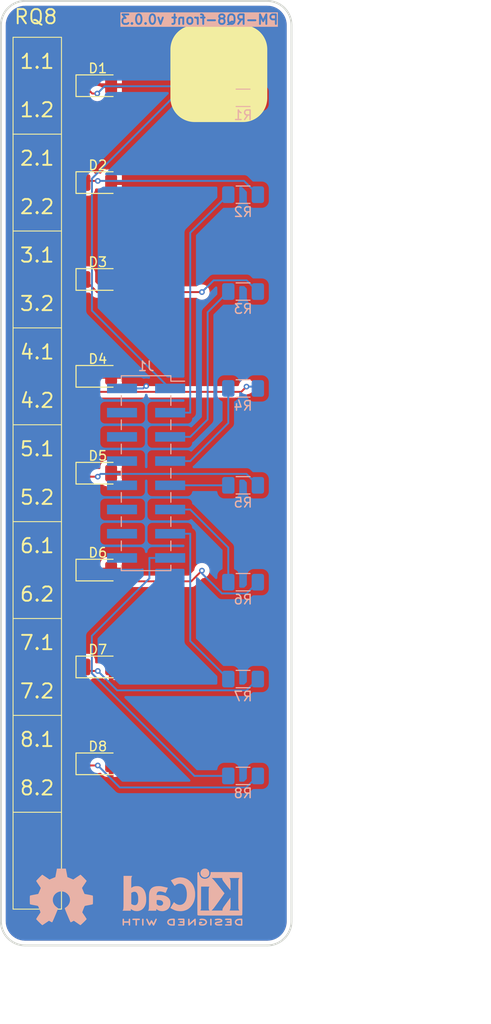
<source format=kicad_pcb>
(kicad_pcb (version 20240108) (generator "pcbnew") (generator_version "8.0")
  (title_block (title "Размеры платы PM-RQ8-front") (date "2024-07-12"))
  (layers (0 "F.Cu" signal) (31 "B.Cu" signal) (34 "B.Paste" user) (35 "F.Paste" user) (36 "B.SilkS" user "B.Silkscreen") (37 "F.SilkS" user "F.Silkscreen") (38 "B.Mask" user) (39 "F.Mask" user) (44 "Edge.Cuts" user))
  (net 0 "")
  (net 1 "VDD")
  (net 2 "Net-(D1-K)")
  (net 3 "Net-(D2-K)")
  (net 4 "Net-(D3-K)")
  (net 5 "Net-(D4-K)")
  (net 6 "Net-(D5-K)")
  (net 7 "Net-(D6-K)")
  (net 8 "Net-(D7-K)")
  (net 9 "Net-(D8-K)")
  (net 13 "Net-(J1-Pin_1)")
  (net 14 "Net-(J1-Pin_7)")
  (net 16 "Net-(J1-Pin_13)")
  (net 17 "Net-(J1-Pin_5)")
  (net 18 "Net-(J1-Pin_11)")
  (net 19 "Net-(J1-Pin_15)")
  (net 21 "Net-(J1-Pin_3)")
  (net 23 "Net-(J1-Pin_9)")
  (footprint "NextPCB:Kingbright_KPT-3216CGCK" (layer "F.Cu") (at 60.96 90.17)
    (property "Reference" "D4" (at 0 -1.82 0) (layer "F.SilkS"))
    (property "Value" "KPT-3216CGCK")
    (pad "1" smd roundrect (at -1.4 0) (size 1.25 1.75) (layers "F.Cu" "F.Paste" "F.Mask") (roundrect_rratio 0.2) (net 5 "Net-(D4-K)"))
    (pad "2" smd roundrect (at 1.4 0) (size 1.25 1.75) (layers "F.Cu" "F.Paste" "F.Mask") (roundrect_rratio 0.2) (net 1 "VDD"))
  )
  (footprint "NextPCB:Kingbright_KPT-3216CGCK" (layer "F.Cu") (at 60.96 130.81)
    (property "Reference" "D8" (at 0 -1.82 0) (layer "F.SilkS"))
    (property "Value" "KPT-3216CGCK")
    (pad "1" smd roundrect (at -1.4 0) (size 1.25 1.75) (layers "F.Cu" "F.Paste" "F.Mask") (roundrect_rratio 0.2) (net 9 "Net-(D8-K)"))
    (pad "2" smd roundrect (at 1.4 0) (size 1.25 1.75) (layers "F.Cu" "F.Paste" "F.Mask") (roundrect_rratio 0.2) (net 1 "VDD"))
  )
  (footprint "NextPCB:Kingbright_KPT-3216CGCK" (layer "F.Cu") (at 60.96 110.49)
    (property "Reference" "D6" (at 0 -1.82 0) (layer "F.SilkS"))
    (property "Value" "KPT-3216CGCK")
    (pad "1" smd roundrect (at -1.4 0) (size 1.25 1.75) (layers "F.Cu" "F.Paste" "F.Mask") (roundrect_rratio 0.2) (net 7 "Net-(D6-K)"))
    (pad "2" smd roundrect (at 1.4 0) (size 1.25 1.75) (layers "F.Cu" "F.Paste" "F.Mask") (roundrect_rratio 0.2) (net 1 "VDD"))
  )
  (footprint "NextPCB:Kingbright_KPT-3216CGCK" (layer "F.Cu") (at 60.96 120.65)
    (property "Reference" "D7" (at 0 -1.82 0) (layer "F.SilkS"))
    (property "Value" "KPT-3216CGCK")
    (pad "1" smd roundrect (at -1.4 0) (size 1.25 1.75) (layers "F.Cu" "F.Paste" "F.Mask") (roundrect_rratio 0.2) (net 8 "Net-(D7-K)"))
    (pad "2" smd roundrect (at 1.4 0) (size 1.25 1.75) (layers "F.Cu" "F.Paste" "F.Mask") (roundrect_rratio 0.2) (net 1 "VDD"))
  )
  (footprint "NextPCB:Kingbright_KPT-3216CGCK" (layer "F.Cu") (at 60.96 59.69)
    (property "Reference" "D1" (at 0 -1.82 0) (layer "F.SilkS"))
    (property "Value" "KPT-3216CGCK")
    (pad "1" smd roundrect (at -1.4 0) (size 1.25 1.75) (layers "F.Cu" "F.Paste" "F.Mask") (roundrect_rratio 0.2) (net 2 "Net-(D1-K)"))
    (pad "2" smd roundrect (at 1.4 0) (size 1.25 1.75) (layers "F.Cu" "F.Paste" "F.Mask") (roundrect_rratio 0.2) (net 1 "VDD"))
  )
  (footprint "NextPCB:Kingbright_KPT-3216CGCK" (layer "F.Cu") (at 60.96 100.33)
    (property "Reference" "D5" (at 0 -1.82 0) (layer "F.SilkS"))
    (property "Value" "KPT-3216CGCK")
    (pad "1" smd roundrect (at -1.4 0) (size 1.25 1.75) (layers "F.Cu" "F.Paste" "F.Mask") (roundrect_rratio 0.2) (net 6 "Net-(D5-K)"))
    (pad "2" smd roundrect (at 1.4 0) (size 1.25 1.75) (layers "F.Cu" "F.Paste" "F.Mask") (roundrect_rratio 0.2) (net 1 "VDD"))
  )
  (footprint "NextPCB:Kingbright_KPT-3216CGCK" (layer "F.Cu") (at 60.96 80.01)
    (property "Reference" "D3" (at 0 -1.82 0) (layer "F.SilkS"))
    (property "Value" "KPT-3216CGCK")
    (pad "1" smd roundrect (at -1.4 0) (size 1.25 1.75) (layers "F.Cu" "F.Paste" "F.Mask") (roundrect_rratio 0.2) (net 4 "Net-(D3-K)"))
    (pad "2" smd roundrect (at 1.4 0) (size 1.25 1.75) (layers "F.Cu" "F.Paste" "F.Mask") (roundrect_rratio 0.2) (net 1 "VDD"))
  )
  (footprint "NextPCB:Kingbright_KPT-3216CGCK" (layer "F.Cu") (at 60.96 69.85)
    (property "Reference" "D2" (at 0 -1.82 0) (layer "F.SilkS"))
    (property "Value" "KPT-3216CGCK")
    (pad "1" smd roundrect (at -1.4 0) (size 1.25 1.75) (layers "F.Cu" "F.Paste" "F.Mask") (roundrect_rratio 0.2) (net 3 "Net-(D2-K)"))
    (pad "2" smd roundrect (at 1.4 0) (size 1.25 1.75) (layers "F.Cu" "F.Paste" "F.Mask") (roundrect_rratio 0.2) (net 1 "VDD"))
  )
  (footprint "Resistor_SMD:R_1206_3216Metric_Pad1.30x1.75mm_HandSolder" (layer "B.Cu") (at 76.2 101.6)
    (property "Reference" "R5" (at 0 1.82 0) (layer "B.SilkS") (effects (justify mirror)))
    (property "Value" "270")
    (pad "1" smd roundrect (at -1.55 0) (size 1.3 1.75) (layers "B.Cu" "B.Paste" "B.Mask") (roundrect_rratio 0.192308) (net 23 "Net-(J1-Pin_9)"))
    (pad "2" smd roundrect (at 1.55 0) (size 1.3 1.75) (layers "B.Cu" "B.Paste" "B.Mask") (roundrect_rratio 0.192308) (net 6 "Net-(D5-K)"))
  )
  (footprint "Resistor_SMD:R_1206_3216Metric_Pad1.30x1.75mm_HandSolder" (layer "B.Cu") (at 76.2 91.44)
    (property "Reference" "R4" (at 0 1.82 0) (layer "B.SilkS") (effects (justify mirror)))
    (property "Value" "270")
    (pad "1" smd roundrect (at -1.55 0) (size 1.3 1.75) (layers "B.Cu" "B.Paste" "B.Mask") (roundrect_rratio 0.192308) (net 14 "Net-(J1-Pin_7)"))
    (pad "2" smd roundrect (at 1.55 0) (size 1.3 1.75) (layers "B.Cu" "B.Paste" "B.Mask") (roundrect_rratio 0.192308) (net 5 "Net-(D4-K)"))
  )
  (footprint "Resistor_SMD:R_1206_3216Metric_Pad1.30x1.75mm_HandSolder" (layer "B.Cu") (at 76.2 71.12)
    (property "Reference" "R2" (at 0 1.82 0) (layer "B.SilkS") (effects (justify mirror)))
    (property "Value" "270")
    (pad "1" smd roundrect (at -1.55 0) (size 1.3 1.75) (layers "B.Cu" "B.Paste" "B.Mask") (roundrect_rratio 0.192308) (net 21 "Net-(J1-Pin_3)"))
    (pad "2" smd roundrect (at 1.55 0) (size 1.3 1.75) (layers "B.Cu" "B.Paste" "B.Mask") (roundrect_rratio 0.192308) (net 3 "Net-(D2-K)"))
  )
  (footprint "Resistor_SMD:R_1206_3216Metric_Pad1.30x1.75mm_HandSolder" (layer "B.Cu") (at 76.2 81.28)
    (property "Reference" "R3" (at 0 1.82 0) (layer "B.SilkS") (effects (justify mirror)))
    (property "Value" "270")
    (pad "1" smd roundrect (at -1.55 0) (size 1.3 1.75) (layers "B.Cu" "B.Paste" "B.Mask") (roundrect_rratio 0.192308) (net 17 "Net-(J1-Pin_5)"))
    (pad "2" smd roundrect (at 1.55 0) (size 1.3 1.75) (layers "B.Cu" "B.Paste" "B.Mask") (roundrect_rratio 0.192308) (net 4 "Net-(D3-K)"))
  )
  (footprint "Resistor_SMD:R_1206_3216Metric_Pad1.30x1.75mm_HandSolder" (layer "B.Cu") (at 76.2 60.96)
    (property "Reference" "R1" (at 0 1.82 0) (layer "B.SilkS") (effects (justify mirror)))
    (property "Value" "270")
    (pad "1" smd roundrect (at -1.55 0) (size 1.3 1.75) (layers "B.Cu" "B.Paste" "B.Mask") (roundrect_rratio 0.192308) (net 13 "Net-(J1-Pin_1)"))
    (pad "2" smd roundrect (at 1.55 0) (size 1.3 1.75) (layers "B.Cu" "B.Paste" "B.Mask") (roundrect_rratio 0.192308) (net 2 "Net-(D1-K)"))
  )
  (footprint "Symbol:OSHW-Symbol_6.7x6mm_SilkScreen" (layer "B.Cu") (at 57.15 144.78 180)
    (property "Reference" "REF**" (hide yes))
    (property "Value" "OSHW-Symbol_6.7x6mm_SilkScreen" (hide yes))
  )
  (footprint "Resistor_SMD:R_1206_3216Metric_Pad1.30x1.75mm_HandSolder" (layer "B.Cu") (at 76.2 121.92)
    (property "Reference" "R7" (at 0 1.82 0) (layer "B.SilkS") (effects (justify mirror)))
    (property "Value" "270")
    (pad "1" smd roundrect (at -1.55 0) (size 1.3 1.75) (layers "B.Cu" "B.Paste" "B.Mask") (roundrect_rratio 0.192308) (net 16 "Net-(J1-Pin_13)"))
    (pad "2" smd roundrect (at 1.55 0) (size 1.3 1.75) (layers "B.Cu" "B.Paste" "B.Mask") (roundrect_rratio 0.192308) (net 8 "Net-(D7-K)"))
  )
  (footprint "Connector_PinHeader_2.54mm:PinHeader_2x08_P2.54mm_Vertical_SMD" (layer "B.Cu") (at 66.025 100.33 180)
    (property "Reference" "J1" (at 0 11.22 0) (layer "B.SilkS") (effects (justify mirror)))
    (property "Value" "PinHeader P2.54 02x08 SMD Straight")
    (pad "1" smd rect (at -2.525 8.89 180) (size 3.15 1) (layers "B.Cu" "B.Paste" "B.Mask") (net 13 "Net-(J1-Pin_1)"))
    (pad "2" smd rect (at 2.525 8.89 180) (size 3.15 1) (layers "B.Cu" "B.Paste" "B.Mask") (net 1 "VDD"))
    (pad "3" smd rect (at -2.525 6.35 180) (size 3.15 1) (layers "B.Cu" "B.Paste" "B.Mask") (net 21 "Net-(J1-Pin_3)"))
    (pad "4" smd rect (at 2.525 6.35 180) (size 3.15 1) (layers "B.Cu" "B.Paste" "B.Mask"))
    (pad "5" smd rect (at -2.525 3.81 180) (size 3.15 1) (layers "B.Cu" "B.Paste" "B.Mask") (net 17 "Net-(J1-Pin_5)"))
    (pad "6" smd rect (at 2.525 3.81 180) (size 3.15 1) (layers "B.Cu" "B.Paste" "B.Mask"))
    (pad "7" smd rect (at -2.525 1.27 180) (size 3.15 1) (layers "B.Cu" "B.Paste" "B.Mask") (net 14 "Net-(J1-Pin_7)"))
    (pad "8" smd rect (at 2.525 1.27 180) (size 3.15 1) (layers "B.Cu" "B.Paste" "B.Mask"))
    (pad "9" smd rect (at -2.525 -1.27 180) (size 3.15 1) (layers "B.Cu" "B.Paste" "B.Mask") (net 23 "Net-(J1-Pin_9)"))
    (pad "10" smd rect (at 2.525 -1.27 180) (size 3.15 1) (layers "B.Cu" "B.Paste" "B.Mask"))
    (pad "11" smd rect (at -2.525 -3.81 180) (size 3.15 1) (layers "B.Cu" "B.Paste" "B.Mask") (net 18 "Net-(J1-Pin_11)"))
    (pad "12" smd rect (at 2.525 -3.81 180) (size 3.15 1) (layers "B.Cu" "B.Paste" "B.Mask"))
    (pad "13" smd rect (at -2.525 -6.35 180) (size 3.15 1) (layers "B.Cu" "B.Paste" "B.Mask") (net 16 "Net-(J1-Pin_13)"))
    (pad "14" smd rect (at 2.525 -6.35 180) (size 3.15 1) (layers "B.Cu" "B.Paste" "B.Mask"))
    (pad "15" smd rect (at -2.525 -8.89 180) (size 3.15 1) (layers "B.Cu" "B.Paste" "B.Mask") (net 19 "Net-(J1-Pin_15)"))
    (pad "16" smd rect (at 2.525 -8.89 180) (size 3.15 1) (layers "B.Cu" "B.Paste" "B.Mask"))
  )
  (footprint "Resistor_SMD:R_1206_3216Metric_Pad1.30x1.75mm_HandSolder" (layer "B.Cu") (at 76.2 132.08)
    (property "Reference" "R8" (at 0 1.82 0) (layer "B.SilkS") (effects (justify mirror)))
    (property "Value" "270")
    (pad "1" smd roundrect (at -1.55 0) (size 1.3 1.75) (layers "B.Cu" "B.Paste" "B.Mask") (roundrect_rratio 0.192308) (net 19 "Net-(J1-Pin_15)"))
    (pad "2" smd roundrect (at 1.55 0) (size 1.3 1.75) (layers "B.Cu" "B.Paste" "B.Mask") (roundrect_rratio 0.192308) (net 9 "Net-(D8-K)"))
  )
  (footprint "Resistor_SMD:R_1206_3216Metric_Pad1.30x1.75mm_HandSolder" (layer "B.Cu") (at 76.2 111.76)
    (property "Reference" "R6" (at 0 1.82 0) (layer "B.SilkS") (effects (justify mirror)))
    (property "Value" "270")
    (pad "1" smd roundrect (at -1.55 0) (size 1.3 1.75) (layers "B.Cu" "B.Paste" "B.Mask") (roundrect_rratio 0.192308) (net 18 "Net-(J1-Pin_11)"))
    (pad "2" smd roundrect (at 1.55 0) (size 1.3 1.75) (layers "B.Cu" "B.Paste" "B.Mask") (roundrect_rratio 0.192308) (net 7 "Net-(D6-K)"))
  )
  (footprint "Symbol:KiCad-Logo2_5mm_SilkScreen" (layer "B.Cu") (at 69.85 144.78 180)
    (property "Reference" "Logo_kicad" (hide yes))
    (property "Value" "KiCad-Logo2_5mm_SilkScreen" (hide yes))
  )
  (gr_line (start 52.07 54.61) (end 57.15 54.61) (stroke (width 0.1)) (layer "F.SilkS"))
  (gr_line (start 52.042762 64.77) (end 57.122762 64.77) (stroke (width 0.1)) (layer "F.SilkS"))
  (gr_poly (pts (arc (start 68.58 60.96) (mid 69.323949 62.756051) (end 71.12 63.5)) (arc (start 76.2 63.5) (mid 77.996051 62.756051) (end 78.74 60.96)) (arc (start 78.74 55.88) (mid 77.996051 54.083949) (end 76.2 53.34)) (arc (start 71.12 53.34) (mid 69.323949 54.083949) (end 68.58 55.88))) (fill solid) (layer "F.SilkS"))
  (gr_line (start 52.07 105.41) (end 57.15 105.41) (stroke (width 0.1)) (layer "F.SilkS"))
  (gr_line (start 52.07 135.89) (end 57.15 135.89) (stroke (width 0.1)) (layer "F.SilkS"))
  (gr_line (start 52.07 115.57) (end 57.15 115.57) (stroke (width 0.1)) (layer "F.SilkS"))
  (gr_line (start 52.07 146.05) (end 57.15 146.05) (stroke (width 0.1)) (layer "F.SilkS"))
  (gr_line (start 52.07 85.09) (end 57.15 85.09) (stroke (width 0.1)) (layer "F.SilkS"))
  (gr_line (start 52.07 95.25) (end 57.15 95.25) (stroke (width 0.1)) (layer "F.SilkS"))
  (gr_line (start 52.07 125.73) (end 57.15 125.73) (stroke (width 0.1)) (layer "F.SilkS"))
  (gr_line (start 52.07 54.61) (end 52.07 146.05) (stroke (width 0.1)) (layer "F.SilkS"))
  (gr_line (start 52.07 74.93) (end 57.15 74.93) (stroke (width 0.1)) (layer "F.SilkS"))
  (gr_line (start 57.15 146.05) (end 57.15 54.61) (stroke (width 0.1)) (layer "F.SilkS"))
  (gr_arc (start 81.28 147.32) (mid 80.536051 149.116051) (end 78.74 149.86) (stroke (width 0.2)) (layer "Edge.Cuts"))
  (gr_arc (start 53.34 149.86) (mid 51.543949 149.116051) (end 50.8 147.32) (stroke (width 0.2)) (layer "Edge.Cuts"))
  (gr_arc (start 78.74 50.8) (mid 80.536051 51.543949) (end 81.28 53.34) (stroke (width 0.2)) (layer "Edge.Cuts"))
  (gr_line (start 53.34 50.8) (end 78.74 50.8) (stroke (width 0.2)) (layer "Edge.Cuts"))
  (gr_line (start 81.28 53.34) (end 81.28 147.32) (stroke (width 0.2)) (layer "Edge.Cuts"))
  (gr_line (start 78.74 149.86) (end 53.34 149.86) (stroke (width 0.2)) (layer "Edge.Cuts"))
  (gr_line (start 50.8 147.32) (end 50.8 53.34) (stroke (width 0.2)) (layer "Edge.Cuts"))
  (gr_arc (start 50.8 53.34) (mid 51.543949 51.543949) (end 53.34 50.8) (stroke (width 0.2)) (layer "Edge.Cuts"))
  (gr_text "PM-RQ8-front v0.0.3" (at 80.01 53.34 0) (layer "B.SilkS" knockout) (effects (font (size 1 1) (thickness 0.2) (bold yes)) (justify left bottom mirror)))
  (gr_text "8.2" (at 52.674286 134.2215 0) (layer "F.SilkS") (effects (font (size 1.5 1.5) (thickness 0.2)) (justify left bottom)))
  (gr_text "RQ8" (at 52.07 53.34 0) (layer "F.SilkS") (effects (font (size 1.5 1.5) (thickness 0.2)) (justify left bottom)))
  (gr_text "8.1" (at 52.674286 129.1415 0) (layer "F.SilkS") (effects (font (size 1.5 1.5) (thickness 0.2)) (justify left bottom)))
  (gr_text "5.2" (at 52.674286 103.7415 0) (layer "F.SilkS") (effects (font (size 1.5 1.5) (thickness 0.2)) (justify left bottom)))
  (gr_text "3.1" (at 52.674286 78.3415 0) (layer "F.SilkS") (effects (font (size 1.5 1.5) (thickness 0.2)) (justify left bottom)))
  (gr_text "3.2" (at 52.674286 83.4215 0) (layer "F.SilkS") (effects (font (size 1.5 1.5) (thickness 0.2)) (justify left bottom)))
  (gr_text "4.2" (at 52.674286 93.5815 0) (layer "F.SilkS") (effects (font (size 1.5 1.5) (thickness 0.2)) (justify left bottom)))
  (gr_text "6.2" (at 52.674286 113.9015 0) (layer "F.SilkS") (effects (font (size 1.5 1.5) (thickness 0.2)) (justify left bottom)))
  (gr_text "7.2" (at 52.674286 124.0615 0) (layer "F.SilkS") (effects (font (size 1.5 1.5) (thickness 0.2)) (justify left bottom)))
  (gr_text "4.1" (at 52.674286 88.5015 0) (layer "F.SilkS") (effects (font (size 1.5 1.5) (thickness 0.2)) (justify left bottom)))
  (gr_text "7.1" (at 52.674286 118.9815 0) (layer "F.SilkS") (effects (font (size 1.5 1.5) (thickness 0.2)) (justify left bottom)))
  (gr_text "1.2" (at 52.674286 63.1015 0) (layer "F.SilkS") (effects (font (size 1.5 1.5) (thickness 0.2)) (justify left bottom)))
  (gr_text "2.1" (at 52.674286 68.1815 0) (layer "F.SilkS") (effects (font (size 1.5 1.5) (thickness 0.2)) (justify left bottom)))
  (gr_text "6.1" (at 52.674286 108.8215 0) (layer "F.SilkS") (effects (font (size 1.5 1.5) (thickness 0.2)) (justify left bottom)))
  (gr_text "1.1" (at 52.674286 58.0215 0) (layer "F.SilkS") (effects (font (size 1.5 1.5) (thickness 0.2)) (justify left bottom)))
  (gr_text "2.2" (at 52.674286 73.2615 0) (layer "F.SilkS") (effects (font (size 1.5 1.5) (thickness 0.2)) (justify left bottom)))
  (gr_text "5.1" (at 52.674286 98.6615 0) (layer "F.SilkS") (effects (font (size 1.5 1.5) (thickness 0.2)) (justify left bottom)))
  (via (at 66.04 91.1875) (size 0.6) (drill 0.3) (layers "F.Cu" "B.Cu") (net 1))
  (segment (start 63.565 91.44) (end 65.7067 91.44) (width 0.2) (layer "B.Cu") (net 1))
  (segment (start 66.04 91.1875) (end 65.9592 91.1875) (width 0.2) (layer "B.Cu") (net 1))
  (segment (start 65.9592 91.1875) (end 65.7067 91.44) (width 0.2) (layer "B.Cu") (net 1))
  (segment (start 60.3808 60.5108) (end 59.56 59.69) (width 0.2) (layer "F.Cu") (net 2))
  (segment (start 60.9048 60.5108) (end 60.3808 60.5108) (width 0.2) (layer "F.Cu") (net 2))
  (via (at 60.9048 60.5108) (size 0.6) (drill 0.3) (layers "F.Cu" "B.Cu") (net 2))
  (segment (start 61.6688 59.7468) (end 60.9048 60.5108) (width 0.2) (layer "B.Cu") (net 2))
  (segment (start 76.5368 59.7468) (end 61.6688 59.7468) (width 0.2) (layer "B.Cu") (net 2))
  (segment (start 77.75 60.96) (end 76.5368 59.7468) (width 0.2) (layer "B.Cu") (net 2))
  (segment (start 60.96 69.6737) (end 59.7363 69.6737) (width 0.2) (layer "F.Cu") (net 3))
  (segment (start 59.7363 69.6737) (end 59.56 69.85) (width 0.2) (layer "F.Cu") (net 3))
  (via (at 60.96 69.6737) (size 0.6) (drill 0.3) (layers "F.Cu" "B.Cu") (net 3))
  (segment (start 77.75 71.12) (end 76.3037 69.6737) (width 0.2) (layer "B.Cu") (net 3))
  (segment (start 76.3037 69.6737) (end 60.96 69.6737) (width 0.2) (layer "B.Cu") (net 3))
  (segment (start 71.8848 81.3339) (end 60.8839 81.3339) (width 0.2) (layer "F.Cu") (net 4))
  (segment (start 60.8839 81.3339) (end 59.56 80.01) (width 0.2) (layer "F.Cu") (net 4))
  (via (at 71.8848 81.3339) (size 0.6) (drill 0.3) (layers "F.Cu" "B.Cu") (net 4))
  (segment (start 77.75 81.28) (end 76.5723 80.1023) (width 0.2) (layer "B.Cu") (net 4))
  (segment (start 76.5723 80.1023) (end 73.1164 80.1023) (width 0.2) (layer "B.Cu") (net 4))
  (segment (start 73.1164 80.1023) (end 71.8848 81.3339) (width 0.2) (layer "B.Cu") (net 4))
  (segment (start 76.0116 91.7965) (end 76.559 91.2491) (width 0.2) (layer "F.Cu") (net 5))
  (segment (start 59.56 90.17) (end 61.1865 91.7965) (width 0.2) (layer "F.Cu") (net 5))
  (segment (start 61.1865 91.7965) (end 76.0116 91.7965) (width 0.2) (layer "F.Cu") (net 5))
  (via (at 76.559 91.2491) (size 0.6) (drill 0.3) (layers "F.Cu" "B.Cu") (net 5))
  (segment (start 77.5591 91.2491) (end 76.559 91.2491) (width 0.2) (layer "B.Cu") (net 5))
  (segment (start 77.75 91.44) (end 77.5591 91.2491) (width 0.2) (layer "B.Cu") (net 5))
  (segment (start 59.9236 100.6936) (end 59.56 100.33) (width 0.2) (layer "F.Cu") (net 6))
  (segment (start 60.9555 100.6936) (end 59.9236 100.6936) (width 0.2) (layer "F.Cu") (net 6))
  (via (at 60.9555 100.6936) (size 0.6) (drill 0.3) (layers "F.Cu" "B.Cu") (net 6))
  (segment (start 77.75 101.6) (end 76.5558 100.4058) (width 0.2) (layer "B.Cu") (net 6))
  (segment (start 61.2433 100.4058) (end 60.9555 100.6936) (width 0.2) (layer "B.Cu") (net 6))
  (segment (start 76.5558 100.4058) (end 61.2433 100.4058) (width 0.2) (layer "B.Cu") (net 6))
  (segment (start 70.7609 111.6706) (end 71.8848 110.5467) (width 0.2) (layer "F.Cu") (net 7))
  (segment (start 60.7406 111.6706) (end 70.7609 111.6706) (width 0.2) (layer "F.Cu") (net 7))
  (segment (start 59.56 110.49) (end 60.7406 111.6706) (width 0.2) (layer "F.Cu") (net 7))
  (via (at 71.8848 110.5467) (size 0.6) (drill 0.3) (layers "F.Cu" "B.Cu") (net 7))
  (segment (start 71.8848 110.842) (end 71.8848 110.5467) (width 0.2) (layer "B.Cu") (net 7))
  (segment (start 77.75 111.76) (end 76.569 112.941) (width 0.2) (layer "B.Cu") (net 7))
  (segment (start 73.9838 112.941) (end 71.8848 110.842) (width 0.2) (layer "B.Cu") (net 7))
  (segment (start 76.569 112.941) (end 73.9838 112.941) (width 0.2) (layer "B.Cu") (net 7))
  (segment (start 59.9819 121.0719) (end 59.56 120.65) (width 0.2) (layer "F.Cu") (net 8))
  (segment (start 60.96 121.0719) (end 59.9819 121.0719) (width 0.2) (layer "F.Cu") (net 8))
  (via (at 60.96 121.0719) (size 0.6) (drill 0.3) (layers "F.Cu" "B.Cu") (net 8))
  (segment (start 76.5664 123.1036) (end 62.9917 123.1036) (width 0.2) (layer "B.Cu") (net 8))
  (segment (start 77.75 121.92) (end 76.5664 123.1036) (width 0.2) (layer "B.Cu") (net 8))
  (segment (start 62.9917 123.1036) (end 60.96 121.0719) (width 0.2) (layer "B.Cu") (net 8))
  (segment (start 60.96 130.9832) (end 59.7332 130.9832) (width 0.2) (layer "F.Cu") (net 9))
  (segment (start 59.7332 130.9832) (end 59.56 130.81) (width 0.2) (layer "F.Cu") (net 9))
  (via (at 60.96 130.9832) (size 0.6) (drill 0.3) (layers "F.Cu" "B.Cu") (net 9))
  (segment (start 76.5411 133.2889) (end 63.2657 133.2889) (width 0.2) (layer "B.Cu") (net 9))
  (segment (start 63.2657 133.2889) (end 60.96 130.9832) (width 0.2) (layer "B.Cu") (net 9))
  (segment (start 77.75 132.08) (end 76.5411 133.2889) (width 0.2) (layer "B.Cu") (net 9))
  (segment (start 68.515 91.44) (end 60.3473 83.2723) (width 0.2) (layer "B.Cu") (net 13))
  (segment (start 60.3473 83.2723) (end 60.3473 69.4269) (width 0.2) (layer "B.Cu") (net 13))
  (segment (start 60.3473 69.4269) (end 68.8142 60.96) (width 0.2) (layer "B.Cu") (net 13))
  (segment (start 68.8142 60.96) (end 74.65 60.96) (width 0.2) (layer "B.Cu") (net 13))
  (segment (start 68.515 99.06) (end 70.6567 99.06) (width 0.2) (layer "B.Cu") (net 14))
  (segment (start 74.65 91.44) (end 74.65 95.0667) (width 0.2) (layer "B.Cu") (net 14))
  (segment (start 74.65 95.0667) (end 70.6567 99.06) (width 0.2) (layer "B.Cu") (net 14))
  (segment (start 70.6567 117.9267) (end 70.6567 106.68) (width 0.2) (layer "B.Cu") (net 16))
  (segment (start 68.515 106.68) (end 70.6567 106.68) (width 0.2) (layer "B.Cu") (net 16))
  (segment (start 74.65 121.92) (end 70.6567 117.9267) (width 0.2) (layer "B.Cu") (net 16))
  (segment (start 68.515 96.52) (end 70.6567 96.52) (width 0.2) (layer "B.Cu") (net 17))
  (segment (start 72.485 83.445) (end 74.65 81.28) (width 0.2) (layer "B.Cu") (net 17))
  (segment (start 70.6567 96.52) (end 72.485 94.6917) (width 0.2) (layer "B.Cu") (net 17))
  (segment (start 72.485 94.6917) (end 72.485 83.445) (width 0.2) (layer "B.Cu") (net 17))
  (segment (start 68.515 104.14) (end 70.6567 104.14) (width 0.2) (layer "B.Cu") (net 18))
  (segment (start 74.65 108.1333) (end 74.65 111.76) (width 0.2) (layer "B.Cu") (net 18))
  (segment (start 70.6567 104.14) (end 74.65 108.1333) (width 0.2) (layer "B.Cu") (net 18))
  (segment (start 60.3355 117.3995) (end 60.3355 121.3182) (width 0.2) (layer "B.Cu") (net 19))
  (segment (start 60.3355 121.3182) (end 71.0973 132.08) (width 0.2) (layer "B.Cu") (net 19))
  (segment (start 66.3733 109.22) (end 66.3733 111.3617) (width 0.2) (layer "B.Cu") (net 19))
  (segment (start 66.3733 111.3617) (end 60.3355 117.3995) (width 0.2) (layer "B.Cu") (net 19))
  (segment (start 71.0973 132.08) (end 74.65 132.08) (width 0.2) (layer "B.Cu") (net 19))
  (segment (start 68.515 109.22) (end 66.3733 109.22) (width 0.2) (layer "B.Cu") (net 19))
  (segment (start 70.6567 75.1133) (end 74.65 71.12) (width 0.2) (layer "B.Cu") (net 21))
  (segment (start 70.6567 93.98) (end 70.6567 75.1133) (width 0.2) (layer "B.Cu") (net 21))
  (segment (start 68.515 93.98) (end 70.6567 93.98) (width 0.2) (layer "B.Cu") (net 21))
  (segment (start 68.515 101.6) (end 74.65 101.6) (width 0.2) (layer "B.Cu") (net 23))
  (zone (net 1) (net_name "VDD") (layer "F.Cu") (connect_pads (clearance 0.5)) (min_thickness 0.25) (fill yes (thermal_gap 0.5) (thermal_bridge_width 0.5))
    (polygon (pts (xy 50.8 50.8) (xy 81.28 50.8) (xy 81.28 149.86) (xy 50.8 149.86)))
  )
  (zone (net 0) (net_name "") (layer "B.Cu") (priority 1) (connect_pads (clearance 0.5)) (min_thickness 0.25) (fill yes (thermal_gap 0.5) (thermal_bridge_width 0.5) (island_removal_mode 1) (island_area_min 10))
    (polygon (pts (xy 50.8 50.8) (xy 81.28 50.8) (xy 81.28 149.86) (xy 50.8 149.86)))
  )
)
</source>
